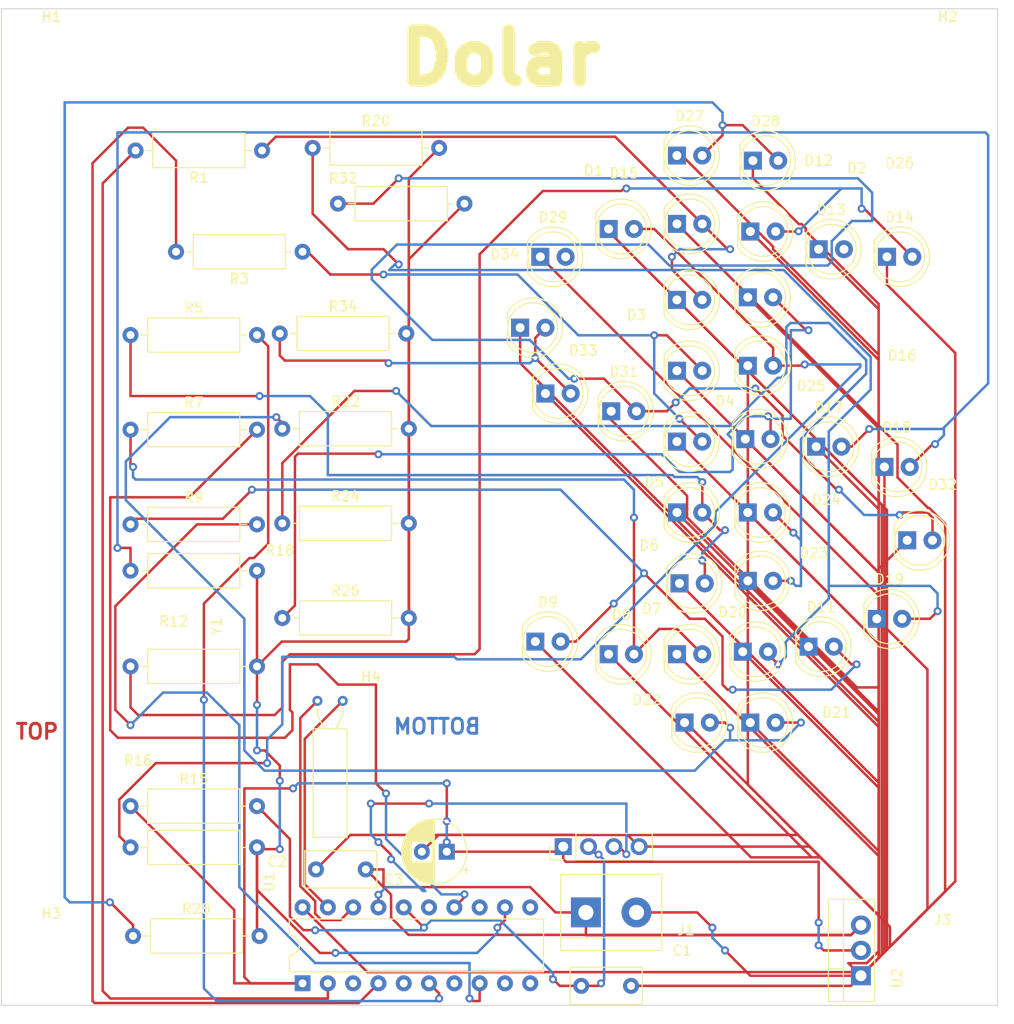
<source format=kicad_pcb>
(kicad_pcb (version 20221018) (generator pcbnew)
  (layers (0 "F.Cu" signal) (31 "B.Cu" signal) (34 "B.Paste" user) (35 "F.Paste" user) (36 "B.SilkS" user "B.Silkscreen") (37 "F.SilkS" user "F.Silkscreen") (38 "B.Mask" user) (39 "F.Mask" user) (44 "Edge.Cuts" user))
  (net 0 "")
  (net 1 "GND")
  (net 2 "Net-(D1-A)")
  (net 3 "Net-(D3-A)")
  (net 4 "Net-(D5-A)")
  (net 5 "Net-(D7-A)")
  (net 6 "Net-(D11-A)")
  (net 7 "Net-(D12-A)")
  (net 8 "Net-(D13-A)")
  (net 9 "/P1.0")
  (net 10 "/P1.1")
  (net 11 "/P1.2")
  (net 12 "/P1.3")
  (net 13 "/P1.4")
  (net 14 "/P1.5")
  (net 15 "/P1.6")
  (net 16 "/P1.7")
  (net 17 "/P2.0")
  (net 18 "/P2.1")
  (net 19 "/P2.3")
  (net 20 "/P2.4")
  (net 21 "/P2.2")
  (net 22 "/P2.5")
  (net 23 "+3V3")
  (net 24 "/RST")
  (net 25 "/TST")
  (net 26 "Net-(U1-P2.7{slash}XOUT)")
  (net 27 "Net-(U1-P2.6{slash}XIN{slash}TA0.1)")
  (net 28 "Net-(J3-Pin_1)")
  (net 29 "Net-(D15-A)")
  (net 30 "Net-(D17-A)")
  (net 31 "Net-(D19-A)")
  (net 32 "Net-(D21-A)")
  (net 33 "Net-(D23-A)")
  (net 34 "Net-(D25-A)")
  (net 35 "Net-(D27-A)")
  (net 36 "Net-(D29-A)")
  (net 37 "Net-(D31-A)")
  (net 38 "Net-(D33-A)")
  (footprint "LED_THT:LED_D5.0mm" (layer "F.Cu") (at 54.097 24.892)
    (fp_text reference "D29")
    (fp_text value "LED")
  )
  (footprint "Resistor_THT:R_Axial_DIN0309_L9.0mm_D3.2mm_P12.70mm_Horizontal" (layer "F.Cu") (at 30.226 24.384 180)
    (fp_text reference "R3")
    (fp_text value "220")
  )
  (footprint "Resistor_THT:R_Axial_DIN0309_L9.0mm_D3.2mm_P12.70mm_Horizontal" (layer "F.Cu") (at 12.954 65.99)
    (fp_text reference "R12")
    (fp_text value "220")
  )
  (footprint "Resistor_THT:R_Axial_DIN0309_L9.0mm_D3.2mm_P12.70mm_Horizontal" (layer "F.Cu") (at 28.194 61.138)
    (fp_text reference "R26")
    (fp_text value "220")
  )
  (footprint "LED_THT:LED_D5.0mm" (layer "F.Cu") (at 60.96 64.77)
    (fp_text reference "D8")
    (fp_text value "LED")
  )
  (footprint "LED_THT:LED_D5.0mm" (layer "F.Cu") (at 67.813 29.21)
    (fp_text reference "D2")
    (fp_text value "LED")
  )
  (footprint "LED_THT:LED_D5.0mm" (layer "F.Cu") (at 67.818 21.59)
    (fp_text reference "D1")
    (fp_text value "LED")
  )
  (footprint "LED_THT:LED_D5.0mm" (layer "F.Cu") (at 90.932 53.34)
    (fp_text reference "D32")
    (fp_text value "LED")
  )
  (footprint "Resistor_THT:R_Axial_DIN0309_L9.0mm_D3.2mm_P12.70mm_Horizontal" (layer "F.Cu") (at 33.782 19.558)
    (fp_text reference "R32")
    (fp_text value "220")
  )
  (footprint "Resistor_THT:R_Axial_DIN0309_L9.0mm_D3.2mm_P12.70mm_Horizontal" (layer "F.Cu") (at 27.94 32.588)
    (fp_text reference "R34")
    (fp_text value "220")
  )
  (footprint "Resistor_THT:R_Axial_DIN0309_L9.0mm_D3.2mm_P12.70mm_Horizontal" (layer "F.Cu") (at 28.194 42.138)
    (fp_text reference "R22")
    (fp_text value "220")
  )
  (footprint "LED_THT:LED_D5.0mm" (layer "F.Cu") (at 67.818 36.322)
    (fp_text reference "D3")
    (fp_text value "LED")
  )
  (footprint "LED_THT:LED_D5.0mm" (layer "F.Cu") (at 67.818 50.546)
    (fp_text reference "D5")
    (fp_text value "LED")
  )
  (footprint "Capacitor_THT:C_Rect_L7.0mm_W3.5mm_P5.00mm" (layer "F.Cu") (at 58.206 98.044)
    (fp_text reference "C1")
    (fp_text value "1n")
  )
  (footprint "LED_THT:LED_D5.0mm" (layer "F.Cu") (at 74.93 35.814)
    (fp_text reference "D16")
    (fp_text value "LED")
  )
  (footprint "LED_THT:LED_D5.0mm" (layer "F.Cu") (at 74.93 57.404)
    (fp_text reference "D23")
    (fp_text value "LED")
  )
  (footprint "TerminalBlock:TerminalBlock_bornier-2_P5.08mm" (layer "F.Cu") (at 58.674 90.678)
    (fp_text reference "J3")
    (fp_text value "Conn_01x02")
  )
  (footprint "LED_THT:LED_D5.0mm" (layer "F.Cu") (at 74.925 50.546)
    (fp_text reference "D24")
    (fp_text value "LED")
  )
  (footprint "LED_THT:LED_D5.0mm" (layer "F.Cu") (at 54.61 38.608)
    (fp_text reference "D33")
    (fp_text value "LED")
  )
  (footprint "Connector_PinHeader_2.54mm:PinHeader_1x04_P2.54mm_Vertical" (layer "F.Cu") (at 56.398 84.074 90)
    (fp_text reference "J1")
    (fp_text value "Conn_01x04")
  )
  (footprint "LED_THT:LED_D5.0mm" (layer "F.Cu") (at 68.072 57.658)
    (fp_text reference "D6")
    (fp_text value "LED")
  )
  (footprint "LED_THT:LED_D5.0mm" (layer "F.Cu") (at 67.813 14.732)
    (fp_text reference "D27")
    (fp_text value "LED")
  )
  (footprint "Resistor_THT:R_Axial_DIN0309_L9.0mm_D3.2mm_P12.70mm_Horizontal" (layer "F.Cu") (at 28.194 51.638)
    (fp_text reference "R24")
    (fp_text value "220")
  )
  (footprint "MountingHole:MountingHole_3.2mm_M3" (layer "F.Cu") (at 5 5)
    (fp_text reference "H1")
    (fp_text value "MountingHole")
  )
  (footprint "MountingHole:MountingHole_3.2mm_M3" (layer "F.Cu") (at 95 95)
    (fp_text reference "H4")
    (fp_text value "MountingHole")
  )
  (footprint "LED_THT:LED_D5.0mm" (layer "F.Cu") (at 82.042 24.13)
    (fp_text reference "D13")
    (fp_text value "LED")
  )
  (footprint "Resistor_THT:R_Axial_DIN0309_L9.0mm_D3.2mm_P12.70mm_Horizontal" (layer "F.Cu") (at 12.954 32.74)
    (fp_text reference "R5")
    (fp_text value "220")
  )
  (footprint "Resistor_THT:R_Axial_DIN0309_L9.0mm_D3.2mm_P12.70mm_Horizontal" (layer "F.Cu") (at 12.954 56.388)
    (fp_text reference "R18")
    (fp_text value "220")
  )
  (footprint "Resistor_THT:R_Axial_DIN0309_L9.0mm_D3.2mm_P12.70mm_Horizontal" (layer "F.Cu") (at 31.242 13.97)
    (fp_text reference "R20")
    (fp_text value "220")
  )
  (footprint "LED_THT:LED_D5.0mm" (layer "F.Cu") (at 88.646 45.974)
    (fp_text reference "D18")
    (fp_text value "LED")
  )
  (footprint "Resistor_THT:R_Axial_DIN0309_L9.0mm_D3.2mm_P12.70mm_Horizontal" (layer "F.Cu") (at 12.954 84.15)
    (fp_text reference "R16")
    (fp_text value "220")
  )
  (footprint "Capacitor_THT:C_Rect_L7.0mm_W3.5mm_P5.00mm" (layer "F.Cu") (at 36.576 86.36 180)
    (fp_text reference "C2")
    (fp_text value "100n")
  )
  (footprint "LED_THT:LED_D5.0mm" (layer "F.Cu") (at 75.438 15.24)
    (fp_text reference "D28")
    (fp_text value "LED")
  )
  (footprint "LED_THT:LED_D5.0mm" (layer "F.Cu") (at 60.96 22.098)
    (fp_text reference "D15")
    (fp_text value "LED")
  )
  (footprint "LED_THT:LED_D5.0mm" (layer "F.Cu") (at 74.422 64.516)
    (fp_text reference "D20")
    (fp_text value "LED")
  )
  (footprint "Resistor_THT:R_Axial_DIN0309_L9.0mm_D3.2mm_P12.70mm_Horizontal" (layer "F.Cu") (at 12.954 80.01)
    (fp_text reference "R15")
    (fp_text value "100k")
  )
  (footprint "Resistor_THT:R_Axial_DIN0309_L9.0mm_D3.2mm_P12.70mm_Horizontal" (layer "F.Cu") (at 12.954 42.24)
    (fp_text reference "R7")
    (fp_text value "220")
  )
  (footprint "LED_THT:LED_D5.0mm" (layer "F.Cu") (at 75.179 71.628)
    (fp_text reference "D21")
    (fp_text value "LED")
  )
  (footprint "Package_DIP:DIP-20_W7.62mm" (layer "F.Cu") (at 30.226 97.79 90)
    (fp_text reference "U1")
    (fp_text value "MSP430G2553IN20")
  )
  (footprint "Capacitor_THT:CP_Radial_D6.3mm_P2.50mm" (layer "F.Cu") (at 44.704 84.582 180)
    (fp_text reference "C3")
    (fp_text value "10u")
  )
  (footprint "LED_THT:LED_D5.0mm" (layer "F.Cu") (at 67.813 43.434)
    (fp_text reference "D4")
    (fp_text value "LED")
  )
  (footprint "LED_THT:LED_D5.0mm" (layer "F.Cu") (at 74.676 43.18)
    (fp_text reference "D25")
    (fp_text value "LED")
  )
  (footprint "LED_THT:LED_D5.0mm" (layer "F.Cu") (at 61.214 40.386)
    (fp_text reference "D31")
    (fp_text value "LED")
  )
  (footprint "LED_THT:LED_D5.0mm" (layer "F.Cu") (at 88.9 24.892)
    (fp_text reference "D14")
    (fp_text value "LED")
  )
  (footprint "Resistor_THT:R_Axial_DIN0309_L9.0mm_D3.2mm_P12.70mm_Horizontal" (layer "F.Cu") (at 13.208 93.04)
    (fp_text reference "R28")
    (fp_text value "220")
  )
  (footprint "Resistor_THT:R_Axial_DIN0309_L9.0mm_D3.2mm_P12.70mm_Horizontal" (layer "F.Cu") (at 26.162 14.224 180)
    (fp_text reference "R1")
    (fp_text value "220")
  )
  (footprint "LED_THT:LED_D5.0mm" (layer "F.Cu") (at 81.788 43.942)
    (fp_text reference "D17")
    (fp_text value "LED")
  )
  (footprint "LED_THT:LED_D5.0mm" (layer "F.Cu") (at 74.93 28.956)
    (fp_text reference "D26")
    (fp_text value "LED")
  )
  (footprint "LED_THT:LED_D5.0mm" (layer "F.Cu") (at 52.07 32.004)
    (fp_text reference "D34")
    (fp_text value "LED")
  )
  (footprint "Package_TO_SOT_THT:TO-220-3_Vertical" (layer "F.Cu") (at 86.289 97.028 90)
    (fp_text reference "U2")
    (fp_text value "TLV1117-33")
  )
  (footprint "Resistor_THT:R_Axial_DIN0309_L9.0mm_D3.2mm_P12.70mm_Horizontal" (layer "F.Cu") (at 12.954 51.74)
    (fp_text reference "R9")
    (fp_text value "220")
  )
  (footprint "LED_THT:LED_D5.0mm" (layer "F.Cu") (at 87.884 61.214)
    (fp_text reference "D19")
    (fp_text value "LED")
  )
  (footprint "LED_THT:LED_D5.0mm" (layer "F.Cu") (at 81.026 64.008)
    (fp_text reference "D11")
    (fp_text value "LED")
  )
  (footprint "LED_THT:LED_D5.0mm" (layer "F.Cu") (at 75.184 22.352)
    (fp_text reference "D12")
    (fp_text value "LED")
  )
  (footprint "LED_THT:LED_D5.0mm" (layer "F.Cu") (at 67.818 64.77)
    (fp_text reference "D7")
    (fp_text value "LED")
  )
  (footprint "MountingHole:MountingHole_3.2mm_M3" (layer "F.Cu") (at 95 5)
    (fp_text reference "H2")
    (fp_text value "MountingHole")
  )
  (footprint "LED_THT:LED_D5.0mm" (layer "F.Cu") (at 53.594 63.5)
    (fp_text reference "D9")
    (fp_text value "LED")
  )
  (footprint "LED_THT:LED_D5.0mm" (layer "F.Cu") (at 68.58 71.628)
    (fp_text reference "D22")
    (fp_text value "LED")
  )
  (footprint "MountingHole:MountingHole_3.2mm_M3" (layer "F.Cu") (at 5 95)
    (fp_text reference "H3")
    (fp_text value "MountingHole")
  )
  (footprint "Crystal:Crystal_AT310_D3.0mm_L10.0mm_Horizontal" (layer "F.Cu") (at 31.72 69.45)
    (fp_text reference "Y1")
    (fp_text value "Crystal")
  )
  (gr_line (start 100 0) (end 100 100) (stroke (width 0.1)) (layer "Edge.Cuts"))
  (gr_line (start 0 0) (end 100 0) (stroke (width 0.1)) (layer "Edge.Cuts"))
  (gr_line (start 100 100) (end 0 100) (stroke (width 0.1)) (layer "Edge.Cuts"))
  (gr_line (start 0 100) (end 0 0) (stroke (width 0.1)) (layer "Edge.Cuts"))
  (gr_text "TOP" (at 1.27 73.406) (layer "F.Cu") (effects (font (size 1.5 1.5) (thickness 0.3) bold) (justify left bottom)))
  (gr_text "BOTTOM" (at 48.26 72.898) (layer "B.Cu") (effects (font (size 1.5 1.5) (thickness 0.3) bold) (justify left bottom mirror)))
  (gr_text "Dolar" (at 39.37 7.874) (layer "F.SilkS") (effects (font (size 5 5) (thickness 1.25) bold) (justify left bottom)))
  (segment (start 82.228396 85.148) (end 81.338 85.148) (width 0.25) (layer "F.Cu") (net 1))
  (segment (start 80.329672 21.607633) (end 80.051299 21.607633) (width 0.25) (layer "F.Cu") (net 1))
  (segment (start 88.062777 70.790777) (end 67.818 50.546) (width 0.25) (layer "F.Cu") (net 1))
  (segment (start 88.062777 95.254223) (end 88.062777 90.982381) (width 0.25) (layer "F.Cu") (net 1))
  (segment (start 86.865227 95.7655) (end 88.062777 94.56795) (width 0.25) (layer "F.Cu") (net 1))
  (segment (start 92.964 90.353) (end 92.964 66.294) (width 0.25) (layer "F.Cu") (net 1))
  (segment (start 89.961 43.733) (end 67.818 21.59) (width 0.25) (layer "F.Cu") (net 1))
  (segment (start 94.742 51.687604) (end 93.150396 50.096) (width 0.25) (layer "F.Cu") (net 1))
  (segment (start 35.037 82.899) (end 31.576 86.36) (width 0.25) (layer "F.Cu") (net 1))
  (segment (start 95.758 87.559) (end 95.758 34.544) (width 0.25) (layer "F.Cu") (net 1))
  (segment (start 88.062777 68.100111) (end 85.880111 68.100111) (width 0.25) (layer "F.Cu") (net 1))
  (segment (start 88.392 94.925) (end 88.392 49.789) (width 0.25) (layer "F.Cu") (net 1))
  (segment (start 88.062777 78.156777) (end 74.422 64.516) (width 0.25) (layer "F.Cu") (net 1))
  (segment (start 88.062777 95.254223) (end 88.062777 68.100111) (width 0.25) (layer "F.Cu") (net 1))
  (segment (start 85.880111 68.100111) (end 68.834 51.054) (width 0.25) (layer "F.Cu") (net 1))
  (segment (start 88.062777 95.254223) (end 88.062777 29.619111) (width 0.25) (layer "F.Cu") (net 1))
  (segment (start 88.062777 63.683777) (end 67.813 43.434) (width 0.25) (layer "F.Cu") (net 1))
  (segment (start 42.204 84.582) (end 43.887 82.899) (width 0.25) (layer "F.Cu") (net 1))
  (segment (start 75.242 85.148) (end 53.594 63.5) (width 0.25) (layer "F.Cu") (net 1))
  (segment (start 88.062777 84.511777) (end 75.179 71.628) (width 0.25) (layer "F.Cu") (net 1))
  (segment (start 88.062777 95.254223) (end 88.062777 35.230777) (width 0.25) (layer "F.Cu") (net 1))
  (segment (start 88.062777 63.683777) (end 74.925 50.546) (width 0.25) (layer "F.Cu") (net 1))
  (segment (start 68.834 48.871334) (end 61.214 41.251334) (width 0.25) (layer "F.Cu") (net 1))
  (segment (start 88.062777 95.254223) (end 88.062777 71.552777) (width 0.25) (layer "F.Cu") (net 1))
  (segment (start 88.062777 95.254223) (end 88.062777 70.536777) (width 0.25) (layer "F.Cu") (net 1))
  (segment (start 88.062777 94.56795) (end 88.062777 77.648777) (width 0.25) (layer "F.Cu") (net 1))
  (segment (start 86.289 97.028) (end 88.392 94.925) (width 0.25) (layer "F.Cu") (net 1))
  (segment (start 88.062777 94.56795) (end 88.062777 56.209223) (width 0.25) (layer "F.Cu") (net 1))
  (segment (start 88.062777 95.254223) (end 88.062777 85.014777) (width 0.25) (layer "F.Cu") (net 1))
  (segment (start 60.96 22.352) (end 60.96 22.098) (width 0.25) (layer "F.Cu") (net 1))
  (segment (start 79.979396 82.899) (end 35.037 82.899) (width 0.25) (layer "F.Cu") (net 1))
  (segment (start 88.062777 50.216777) (end 81.788 43.942) (width 0.25) (layer "F.Cu") (net 1))
  (segment (start 68.708396 71.628) (end 68.58 71.628) (width 0.25) (layer "F.Cu") (net 1))
  (segment (start 36.721 96.665) (end 30.226 90.17) (width 0.25) (layer "F.Cu") (net 1))
  (segment (start 86.289 97.028) (end 88.646 94.671) (width 0.25) (layer "F.Cu") (net 1))
  (segment (start 89.961 47.035) (end 89.961 43.733) (width 0.25) (layer "F.Cu") (net 1))
  (segment (start 71.247 92.075) (end 71.374 92.202) (width 0.25) (layer "F.Cu") (net 1))
  (segment (start 88.062777 95.254223) (end 88.062777 70.790777) (width 0.25) (layer "F.Cu") (net 1))
  (segment (start 77.47 23.876) (end 68.326 14.732) (width 0.25) (layer "F.Cu") (net 1))
  (segment (start 88.062777 85.014777) (end 67.818 64.77) (width 0.25) (layer "F.Cu") (net 1))
  (segment (start 81.338 85.148) (end 60.96 64.77) (width 0.25) (layer "F.Cu") (net 1))
  (segment (start 86.289 97.028) (end 88.062777 95.254223) (width 0.25) (layer "F.Cu") (net 1))
  (segment (start 88.062777 94.56795) (end 88.062777 56.566777) (width 0.25) (layer "F.Cu") (net 1))
  (segment (start 89.199 92.118604) (end 79.979396 82.899) (width 0.25) (layer "F.Cu") (net 1))
  (segment (start 88.062777 94.56795) (end 88.062777 90.982381) (width 0.25) (layer "F.Cu") (net 1))
  (segment (start 88.062777 90.982381) (end 82.228396 85.148) (width 0.25) (layer "F.Cu") (net 1))
  (segment (start 82.228396 85.148) (end 75.242 85.148) (width 0.25) (layer "F.Cu") (net 1))
  (segment (start 88.062777 90.982381) (end 74.93 77.849604) (width 0.25) (layer "F.Cu") (net 1))
  (segment (start 61.214 41.251334) (end 61.214 40.386) (width 0.25) (layer "F.Cu") (net 1))
  (segment (start 75.438 16.994334) (end 75.438 15.24) (width 0.25) (layer "F.Cu") (net 1))
  (segment (start 80.754367 22.032328) (end 80.329672 21.607633) (width 0.25) (layer "F.Cu") (net 1))
  (segment (start 88.646 94.671) (end 88.646 45.974) (width 0.25) (layer "F.Cu") (net 1))
  (segment (start 88.062777 95.254223) (end 88.062777 30.150777) (width 0.25) (layer "F.Cu") (net 1))
  (segment (start 95.758 34.544) (end 88.9 27.686) (width 0.25) (layer "F.Cu") (net 1))
  (segment (start 88.062777 90.982381) (end 81.154396 84.074) (width 0.25) (layer "F.Cu") (net 1))
  (segment (start 88.062777 95.254223) (end 88.062777 78.156777) (width 0.25) (layer "F.Cu") (net 1))
  (segment (start 88.062777 29.619111) (end 80.754367 22.310701) (width 0.25) (layer "F.Cu") (net 1))
  (segment (start 88.9 57.404) (end 67.818 36.322) (width 0.25) (layer "F.Cu") (net 1))
  (segment (start 88.062777 35.230777) (end 75.184 22.352) (width 0.25) (layer "F.Cu") (net 1))
  (segment (start 86.289 97.028) (end 85.0265 95.7655) (width 0.25) (layer "F.Cu") (net 1))
  (segment (start 80.051299 21.607633) (end 75.438 16.994334) (width 0.25) (layer "F.Cu") (net 1))
  (segment (start 88.062777 94.56795) (end 88.062777 63.683777) (width 0.25) (layer "F.Cu") (net 1))
  (segment (start 75.184 97.028) (end 72.644 94.488) (width 0.25) (layer "F.Cu") (net 1))
  (segment (start 89.199 94.118) (end 92.964 90.353) (width 0.25) (layer "F.Cu") (net 1))
  (segment (start 63.206 98.044) (end 63.754 98.044) (width 0.25) (layer "F.Cu") (net 1))
  (segment (start 89.199 94.118) (end 89.199 92.118604) (width 0.25) (layer "F.Cu") (net 1))
  (segment (start 68.326 14.732) (end 67.813 14.732) (width 0.25) (layer "F.Cu") (net 1))
  (segment (start 86.289 97.028) (end 85.273 98.044) (width 0.25) (layer "F.Cu") (net 1))
  (segment (start 68.834 51.054) (end 68.834 48.871334) (width 0.25) (layer "F.Cu") (net 1))
  (segment (start 52.07 35.56) (end 52.07 32.004) (width 0.25) (layer "F.Cu") (net 1))
  (segment (start 80.754367 22.310701) (end 80.754367 22.032328) (width 0.25) (layer "F.Cu") (net 1))
  (segment (start 88.9 94.417) (end 88.9 50.292) (width 0.25) (layer "F.Cu") (net 1))
  (segment (start 88.062777 95.254223) (end 88.062777 84.511777) (width 0.25) (layer "F.Cu") (net 1))
  (segment (start 94.742 88.575) (end 94.742 51.687604) (width 0.25) (layer "F.Cu") (net 1))
  (segment (start 81.154396 84.074) (end 64.018 84.074) (width 0.25) (layer "F.Cu") (net 1))
  (segment (start 69.85 90.678) (end 71.247 92.075) (width 0.25) (layer "F.Cu") (net 1))
  (segment (start 86.289 97.028) (end 88.9 94.417) (width 0.25) (layer "F.Cu") (net 1))
  (segment (start 88.062777 94.56795) (end 88.062777 70.536777) (width 0.25) (layer "F.Cu") (net 1))
  (segment (start 88.062777 95.254223) (end 88.062777 58.857777) (width 0.25) (layer "F.Cu") (net 1))
  (segment (start 86.289 97.028) (end 95.758 87.559) (width 0.25) (layer "F.Cu") (net 1))
  (segment (start 88.9 94.417) (end 88.9 57.404) (width 0.25) (layer "F.Cu") (net 1))
  (segment (start 86.289 97.028) (end 85.926 96.665) (width 0.25) (layer "F.Cu") (net 1))
  (segment (start 88.062777 70.536777) (end 74.93 57.404) (width 0.25) (layer "F.Cu") (net 1))
  (segment (start 77.47 24.13) (end 77.47 23.876) (width 0.25) (layer "F.Cu") (net 1))
  (segment (start 88.9 50.292) (end 60.96 22.352) (width 0.25) (layer "F.Cu") (net 1))
  (segment (start 93.150396 50.096) (end 93.022 50.096) (width 0.25) (layer "F.Cu") (net 1))
  (segment (start 88.062777 30.150777) (end 82.042 24.13) (width 0.25) (layer "F.Cu") (net 1))
  (segment (start 88.062777 56.566777) (end 74.676 43.18) (width 0.25) (layer "F.Cu") (net 1))
  (segment (start 43.887 82.899) (end 62.843 82.899) (width 0.25) (layer "F.Cu") (net 1))
  (segment (start 88.062777 71.552777) (end 52.07 35.56) (width 0.25) (layer "F.Cu") (net 1))
  (segment (start 85.926 96.665) (end 36.721 96.665) (width 0.25) (layer "F.Cu") (net 1))
  (segment (start 93.022 50.096) (end 89.961 47.035) (width 0.25) (layer "F.Cu") (net 1))
  (segment (start 88.062777 90.982381) (end 68.708396 71.628) (width 0.25) (layer "F.Cu") (net 1))
  (segment (start 62.843 82.899) (end 64.018 84.074) (width 0.25) (layer "F.Cu") (net 1))
  (segment (start 86.289 97.028) (end 89.199 94.118) (width 0.25) (layer "F.Cu") (net 1))
  (segment (start 89.199 94.118) (end 94.742 88.575) (width 0.25) (layer "F.Cu") (net 1))
  (segment (start 88.392 49.789) (end 67.813 29.21) (width 0.25) (layer "F.Cu") (net 1))
  (segment (start 88.062777 42.088777) (end 74.93 28.956) (width 0.25) (layer "F.Cu") (net 1))
  (segment (start 85.0265 95.7655) (end 86.865227 95.7655) (width 0.25) (layer "F.Cu") (net 1))
  (segment (start 88.062777 56.209223) (end 90.932 53.34) (width 0.25) (layer "F.Cu") (net 1))
  (segment (start 88.062777 77.648777) (end 68.072 57.658) (width 0.25) (layer "F.Cu") (net 1))
  (segment (start 88.062777 58.857777) (end 54.097 24.892) (width 0.25) (layer "F.Cu") (net 1))
  (segment (start 88.062777 95.254223) (end 88.062777 42.088777) (width 0.25) (layer "F.Cu") (net 1))
  (segment (start 88.062777 70.536777) (end 81.026 63.5) (width 0.25) (layer "F.Cu") (net 1))
  (segment (start 85.273 98.044) (end 63.754 98.044) (width 0.25) (layer "F.Cu") (net 1))
  (segment (start 74.93 77.849604) (end 74.93 35.814) (width 0.25) (layer "F.Cu") (net 1))
  (segment (start 88.062777 34.722777) (end 77.47 24.13) (width 0.25) (layer "F.Cu") (net 1))
  (segment (start 88.062777 95.254223) (end 88.062777 50.216777) (width 0.25) (layer "F.Cu") (net 1))
  (segment (start 86.289 97.028) (end 75.184 97.028) (width 0.25) (layer "F.Cu") (net 1))
  (segment (start 92.964 66.294) (end 87.884 61.214) (width 0.25) (layer "F.Cu") (net 1))
  (segment (start 88.062777 72.060777) (end 54.61 38.608) (width 0.25) (layer "F.Cu") (net 1))
  (segment (start 88.9 27.686) (end 88.9 24.892) (width 0.25) (layer "F.Cu") (net 1))
  (segment (start 88.062777 95.254223) (end 88.062777 72.060777) (width 0.25) (layer "F.Cu") (net 1))
  (segment (start 88.062777 95.254223) (end 88.062777 34.722777) (width 0.25) (layer "F.Cu") (net 1))
  (segment (start 63.754 90.678) (end 69.85 90.678) (width 0.25) (layer "F.Cu") (net 1))
  (via (at 71.374 92.202) (size 0.8) (drill 0.4) (layers "F.Cu" "B.Cu") (net 1))
  (via (at 72.644 94.488) (size 0.8) (drill 0.4) (layers "F.Cu" "B.Cu") (net 1))
  (segment (start 71.374 93.218) (end 72.644 94.488) (width 0.25) (layer "B.Cu") (net 1))
  (segment (start 71.374 92.202) (end 71.374 93.218) (width 0.25) (layer "B.Cu") (net 1))
  (segment (start 72.898 24.13) (end 70.358 21.59) (width 0.25) (layer "F.Cu") (net 2))
  (segment (start 61.613 12.845) (end 70.358 21.59) (width 0.25) (layer "F.Cu") (net 2))
  (segment (start 73.152 24.13) (end 72.898 24.13) (width 0.25) (layer "F.Cu") (net 2))
  (segment (start 67.305701 26.162701) (end 67.305701 24.896299) (width 0.25) (layer "F.Cu") (net 2))
  (segment (start 26.162 14.224) (end 27.541 12.845) (width 0.25) (layer "F.Cu") (net 2))
  (segment (start 70.353 29.21) (end 67.305701 26.162701) (width 0.25) (layer "F.Cu") (net 2))
  (segment (start 27.541 12.845) (end 61.613 12.845) (width 0.25) (layer "F.Cu") (net 2))
  (via (at 73.152 24.13) (size 0.8) (drill 0.4) (layers "F.Cu" "B.Cu") (net 2))
  (via (at 67.305701 24.896299) (size 0.8) (drill 0.4) (layers "F.Cu" "B.Cu") (net 2))
  (segment (start 67.305701 24.896299) (end 68.072 24.13) (width 0.25) (layer "B.Cu") (net 2))
  (segment (start 68.072 24.13) (end 73.152 24.13) (width 0.25) (layer "B.Cu") (net 2))
  (segment (start 66.802 32.766) (end 65.532 32.766) (width 0.25) (layer "F.Cu") (net 3))
  (segment (start 30.226 24.384) (end 30.734 24.384) (width 0.25) (layer "F.Cu") (net 3))
  (segment (start 30.734 24.384) (end 33.02 26.67) (width 0.25) (layer "F.Cu") (net 3))
  (segment (start 68.072 41.153) (end 68.072 41.148) (width 0.25) (layer "F.Cu") (net 3))
  (segment (start 33.02 26.67) (end 38.354 26.67) (width 0.25) (layer "F.Cu") (net 3))
  (segment (start 70.353 43.434) (end 68.072 41.153) (width 0.25) (layer "F.Cu") (net 3))
  (segment (start 70.358 36.322) (end 66.802 32.766) (width 0.25) (layer "F.Cu") (net 3))
  (via (at 65.532 32.766) (size 0.8) (drill 0.4) (layers "F.Cu" "B.Cu") (net 3))
  (via (at 68.072 41.148) (size 0.8) (drill 0.4) (layers "F.Cu" "B.Cu") (net 3))
  (via (at 38.354 26.67) (size 0.8) (drill 0.4) (layers "F.Cu" "B.Cu") (net 3))
  (segment (start 57.912 32.766) (end 65.532 32.766) (width 0.25) (layer "B.Cu") (net 3))
  (segment (start 68.072 41.148) (end 65.532 38.608) (width 0.25) (layer "B.Cu") (net 3))
  (segment (start 65.532 38.608) (end 65.532 32.766) (width 0.25) (layer "B.Cu") (net 3))
  (segment (start 51.816 26.67) (end 57.912 32.766) (width 0.25) (layer "B.Cu") (net 3))
  (segment (start 38.354 26.67) (end 51.816 26.67) (width 0.25) (layer "B.Cu") (net 3))
  (segment (start 70.612 55.634598) (end 70.353701 55.376299) (width 0.25) (layer "F.Cu") (net 4))
  (segment (start 70.612 57.658) (end 70.612 55.634598) (width 0.25) (layer "F.Cu") (net 4))
  (segment (start 12.954 38.862) (end 25.908 38.862) (width 0.25) (layer "F.Cu") (net 4))
  (segment (start 72.136 52.324) (end 72.644 52.324) (width 0.25) (layer "F.Cu") (net 4))
  (segment (start 70.358 50.546) (end 72.136 52.324) (width 0.25) (layer "F.Cu") (net 4))
  (segment (start 12.954 32.74) (end 12.954 38.862) (width 0.25) (layer "F.Cu") (net 4))
  (segment (start 70.358 50.546) (end 70.358 47.498) (width 0.25) (layer "F.Cu") (net 4))
  (via (at 25.908 38.862) (size 0.8) (drill 0.4) (layers "F.Cu" "B.Cu") (net 4))
  (via (at 70.353701 55.376299) (size 0.8) (drill 0.4) (layers "F.Cu" "B.Cu") (net 4))
  (via (at 72.644 52.324) (size 0.8) (drill 0.4) (layers "F.Cu" "B.Cu") (net 4))
  (via (at 70.358 47.498) (size 0.8) (drill 0.4) (layers "F.Cu" "B.Cu") (net 4))
  (segment (start 70.353701 54.614299) (end 72.644 52.324) (width 0.25) (layer "B.Cu") (net 4))
  (segment (start 67.564 46.99) (end 69.85 46.99) (width 0.25) (layer "B.Cu") (net 4))
  (segment (start 30.978695 38.862) (end 32.766 40.649305) (width 0.25) (layer "B.Cu") (net 4))
  (segment (start 25.908 38.862) (end 30.978695 38.862) (width 0.25) (layer "B.Cu") (net 4))
  (segment (start 70.353701 55.376299) (end 70.353701 54.614299) (width 0.25) (layer "B.Cu") (net 4))
  (segment (start 32.766 40.649305) (end 32.766 46.794) (width 0.25) (layer "B.Cu") (net 4))
  (segment (start 69.85 46.99) (end 70.358 47.498) (width 0.25) (layer "B.Cu") (net 4))
  (segment (start 67.368 46.794) (end 67.564 46.99) (width 0.25) (layer "B.Cu") (net 4))
  (segment (start 32.766 46.794) (end 67.368 46.794) (width 0.25) (layer "B.Cu") (net 4))
  (segment (start 70.358 64.77) (end 67.818 62.23) (width 0.25) (layer "F.Cu") (net 5))
  (segment (start 67.818 62.23) (end 66.04 62.23) (width 0.25) (layer "F.Cu") (net 5))
  (segment (start 63.5 64.77) (end 63.5 51.054) (width 0.25) (layer "F.Cu") (net 5))
  (segment (start 12.954 45.72) (end 13.208 45.974) (width 0.25) (layer "F.Cu") (net 5))
  (segment (start 12.954 42.24) (end 12.954 45.72) (width 0.25) (layer "F.Cu") (net 5))
  (segment (start 66.04 62.23) (end 63.5 64.77) (width 0.25) (layer "F.Cu") (net 5))
  (via (at 63.5 51.054) (size 0.8) (drill 0.4) (layers "F.Cu" "B.Cu") (net 5))
  (via (at 13.208 45.974) (size 0.8) (drill 0.4) (layers "F.Cu" "B.Cu") (net 5))
  (segment (start 13.208 46.99) (end 13.462 47.244) (width 0.25) (layer "B.Cu") (net 5))
  (segment (start 63.5 48.26) (end 62.484 47.244) (width 0.25) (layer "B.Cu") (net 5))
  (segment (start 63.5 51.054) (end 63.5 48.26) (width 0.25) (layer "B.Cu") (net 5))
  (segment (start 62.484 47.244) (end 13.462 47.244) (width 0.25) (layer "B.Cu") (net 5))
  (segment (start 13.208 45.974) (end 13.208 46.99) (width 0.25) (layer "B.Cu") (net 5))
  (segment (start 72.39 67.818) (end 72.898 68.326) (width 0.25) (layer "F.Cu") (net 6))
  (segment (start 85.852 65.786) (end 85.344 65.786) (width 0.25) (layer "F.Cu") (net 6))
  (segment (start 85.344 65.786) (end 83.566 64.008) (width 0.25) (layer "F.Cu") (net 6))
  (segment (start 13.516129 51.177871) (end 22.228129 51.177871) (width 0.25) (layer "F.Cu") (net 6))
  (segment (start 57.658 63.5) (end 61.468 59.69) (width 0.25) (layer "F.Cu") (net 6))
  (segment (start 22.228129 51.177871) (end 25.146 48.26) (width 0.25) (layer "F.Cu") (net 6))
  (segment (start 12.954 51.74) (end 13.516129 51.177871) (width 0.25) (layer "F.Cu") (net 6))
  (segment (start 64.516 56.642) (end 69.088 61.214) (width 0.25) (layer "F.Cu") (net 6))
  (segment (start 72.898 68.326) (end 73.406 68.326) (width 0.25) (layer "F.Cu") (net 6))
  (segment (start 70.104 61.214) (end 70.612 61.214) (width 0.25) (layer "F.Cu") (net 6))
  (segment (start 72.39 62.992) (end 72.39 67.818) (width 0.25) (layer "F.Cu") (net 6))
  (segment (start 56.134 63.5) (end 57.658 63.5) (width 0.25) (layer "F.Cu") (net 6))
  (segment (start 69.088 61.214) (end 70.104 61.214) (width 0.25) (layer "F.Cu") (net 6))
  (segment (start 70.612 61.214) (end 72.39 62.992) (width 0.25) (layer "F.Cu") (net 6))
  (via (at 61.468 59.69) (size 0.8) (drill 0.4) (layers "F.Cu" "B.Cu") (net 6))
  (via (at 25.146 48.26) (size 0.8) (drill 0.4) (layers "F.Cu" "B.Cu") (net 6))
  (via (at 85.852 65.786) (size 0.8) (drill 0.4) (layers "F.Cu" "B.Cu") (net 6))
  (via (at 73.406 68.326) (size 0.8) (drill 0.4) (layers "F.Cu" "B.Cu") (net 6))
  (via (at 64.516 56.642) (size 0.8) (drill 0.4) (layers "F.Cu" "B.Cu") (net 6))
  (segment (start 56.134 48.26) (end 64.516 56.642) (width 0.25) (layer "B.Cu") (net 6))
  (segment (start 61.468 59.69) (end 64.516 56.642) (width 0.25) (layer "B.Cu") (net 6))
  (segment (start 73.406 68.326) (end 83.312 68.326) (width 0.25) (layer "B.Cu") (net 6))
  (segment (start 83.312 68.326) (end 85.852 65.786) (width 0.25) (layer "B.Cu") (net 6))
  (segment (start 25.146 48.26) (end 56.134 48.26) (width 0.25) (layer "B.Cu") (net 6))
  (segment (start 86.614 20.066) (end 86.36 20.066) (width 0.25) (layer "F.Cu") (net 7))
  (segment (start 28.194 70.104) (end 28.194 65.532) (width 0.25) (layer "F.Cu") (net 7))
  (segment (start 53.34 19.304) (end 54.356 18.288) (width 0.25) (layer "F.Cu") (net 7))
  (segment (start 48.006 64.262) (end 48.006 24.638) (width 0.25) (layer "F.Cu") (net 7))
  (segment (start 28.956 64.77) (end 47.498 64.77) (width 0.25) (layer "F.Cu") (net 7))
  (segment (start 80.01 22.352) (end 80.029367 22.332633) (width 0.25) (layer "F.Cu") (net 7))
  (segment (start 77.724 22.352) (end 80.01 22.352) (width 0.25) (layer "F.Cu") (net 7))
  (segment (start 12.954 65.99) (end 12.954 70.104) (width 0.25) (layer "F.Cu") (net 7))
  (segment (start 12.954 70.104) (end 13.716 70.866) (width 0.25) (layer "F.Cu") (net 7))
  (segment (start 54.356 18.288) (end 62.23 18.288) (width 0.25) (layer "F.Cu") (net 7))
  (segment (start 62.23 18.288) (end 62.484 18.034) (width 0.25) (layer "F.Cu") (net 7))
  (segment (start 27.432 70.866) (end 28.194 70.104) (width 0.25) (layer "F.Cu") (net 7))
  (segment (start 62.484 18.034) (end 62.738 18.034) (width 0.25) (layer "F.Cu") (net 7))
  (segment (start 13.716 70.866) (end 27.432 70.866) (width 0.25) (layer "F.Cu") (net 7))
  (segment (start 47.498 64.77) (end 48.006 64.262) (width 0.25) (layer "F.Cu") (net 7))
  (segment (start 91.44 24.892) (end 86.614 20.066) (width 0.25) (layer "F.Cu") (net 7))
  (segment (start 48.006 24.638) (end 53.34 19.304) (width 0.25) (layer "F.Cu") (net 7))
  (segment (start 28.194 65.532) (end 28.956 64.77) (width 0.25) (layer "F.Cu") (net 7))
  (via (at 80.029367 22.332633) (size 0.8) (drill 0.4) (layers "F.Cu" "B.Cu") (net 7))
  (via (at 86.36 20.066) (size 0.8) (drill 0.4) (layers "F.Cu" "B.Cu") (net 7))
  (via (at 62.738 18.034) (size 0.8) (drill 0.4) (layers "F.Cu" "B.Cu") (net 7))
  (segment (start 86.36 18.034) (end 84.328 18.034) (width 0.25) (layer "B.Cu") (net 7))
  (segment (start 80.029367 22.332633) (end 84.328 18.034) (width 0.25) (layer "B.Cu") (net 7))
  (segment (start 62.738 18.034) (end 84.328 18.034) (width 0.25) (layer "B.Cu") (net 7))
  (segment (start 86.36 20.066) (end 86.36 18.034) (width 0.25) (layer "B.Cu") (net 7))
  (segment (start 10.16 98.552) (end 10.922 99.314) (width 0.25) (layer "F.Cu") (net 9))
  (segment (start 10.922 99.314) (end 32.766 99.314) (width 0.25) (layer "F.Cu") (net 9))
  (segment (start 13.462 14.224) (end 10.16 17.526) (width 0.25) (layer "F.Cu") (net 9))
  (segment (start 32.766 99.314) (end 32.766 97.79) (width 0.25) (layer "F.Cu") (net 9))
  (segment (start 10.16 17.526) (end 10.16 98.552) (width 0.25) (layer "F.Cu") (net 9))
  (segment (start 17.526 15.24) (end 14.224 11.938) (width 0.25) (layer "F.Cu") (net 11))
  (segment (start 9.34 99.764) (end 35.872 99.764) (width 0.25) (layer "F.Cu") (net 11))
  (segment (start 12.7 11.938) (end 9.144 15.494) (width 0.25) (layer "F.Cu") (net 11))
  (segment (start 35.872 99.764) (end 37.846 97.79) (width 0.25) (layer "F.Cu") (net 11))
  (segment (start 9.144 15.494) (end 9.144 99.568) (width 0.25) (layer "F.Cu") (net 11))
  (segment (start 14.224 11.938) (end 12.7 11.938) (width 0.25) (layer "F.Cu") (net 11))
  (segment (start 9.144 99.568) (end 9.34 99.764) (width 0.25) (layer "F.Cu") (net 11))
  (segment (start 17.526 24.384) (end 17.526 15.24) (width 0.25) (layer "F.Cu") (net 11))
  (segment (start 26.779 53.679122) (end 25.340122 55.118) (width 0.25) (layer "F.Cu") (net 13))
  (segment (start 25.340122 55.118) (end 24.892 55.118) (width 0.25) (layer "F.Cu") (net 13))
  (segment (start 20.32 59.69) (end 20.32 69.342) (width 0.25) (layer "F.Cu") (net 13))
  (segment (start 26.779 33.865) (end 26.779 53.679122) (width 0.25) (layer "F.Cu") (net 13))
  (segment (start 43.942 98.806) (end 43.942 99.314) (width 0.25) (layer "F.Cu") (net 13))
  (segment (start 24.892 55.118) (end 20.32 59.69) (width 0.25) (layer "F.Cu") (net 13))
  (segment (start 43.942 99.568) (end 43.942 99.314) (width 0.25) (layer "F.Cu") (net 13))
  (segment (start 25.654 32.74) (end 26.779 33.865) (width 0.25) (layer "F.Cu") (net 13))
  (segment (start 42.926 97.79) (end 43.942 98.806) (width 0.25) (layer "F.Cu") (net 13))
  (via (at 43.942 99.314) (size 0.8) (drill 0.4) (layers "F.Cu" "B.Cu") (net 13))
  (via (at 20.32 69.342) (size 0.8) (drill 0.4) (layers "F.Cu" "B.Cu") (net 13))
  (segment (start 21.59 99.568) (end 43.688 99.568) (width 0.25) (layer "B.Cu") (net 13))
  (segment (start 20.32 98.298) (end 21.59 99.568) (width 0.25) (layer "B.Cu") (net 13))
  (segment (start 20.32 69.342) (end 20.32 98.298) (width 0.25) (layer "B.Cu") (net 13))
  (segment (start 43.688 99.568) (end 43.942 99.314) (width 0.25) (layer "B.Cu") (net 13))
  (segment (start 10.922 49.022) (end 10.922 72.39) (width 0.25) (layer "F.Cu") (net 15))
  (segment (start 37.592 67.818) (end 37.592 77.724) (width 0.25) (layer "F.Cu") (net 15))
  (segment (start 33.792925 67.818) (end 37.592 67.818) (width 0.25) (layer "F.Cu") (net 15))
  (segment (start 46.5195 88.9) (end 46.482 88.8625) (width 0.25) (layer "F.Cu") (net 15))
  (segment (start 29.21 70.612) (end 28.956 70.358) (width 0.25) (layer "F.Cu") (net 15))
  (segment (start 10.922 72.39) (end 11.684 73.152) (width 0.25) (layer "F.Cu") (net 15))
  (segment (start 37.592 77.724) (end 38.608 78.74) (width 0.25) (layer "F.Cu") (net 15))
  (segment (start 29.21 72.39) (end 29.21 70.612) (width 0.25) (layer "F.Cu") (net 15))
  (segment (start 28.448 73.152) (end 29.21 72.39) (width 0.25) (layer "F.Cu") (net 15))
  (segment (start 11.684 73.152) (end 28.448 73.152) (width 0.25) (layer "F.Cu") (net 15))
  (segment (start 46.736 88.9) (end 46.5195 88.9) (width 0.25) (layer "F.Cu") (net 15))
  (segment (start 18.872 49.022) (end 10.922 49.022) (width 0.25) (layer "F.Cu") (net 15))
  (segment (start 28.956 70.358) (end 28.956 65.786) (width 0.25) (layer "F.Cu") (net 15))
  (segment (start 25.654 42.24) (end 18.872 49.022) (width 0.25) (layer "F.Cu") (net 15))
  (segment (start 28.956 65.786) (end 31.760925 65.786) (width 0.25) (layer "F.Cu") (net 15))
  (segment (start 45.466 90.17) (end 46.736 88.9) (width 0.25) (layer "F.Cu") (net 15))
  (segment (start 31.760925 65.786) (end 33.792925 67.818) (width 0.25) (layer "F.Cu") (net 15))
  (via (at 38.608 78.74) (size 0.8) (drill 0.4) (layers "F.Cu" "B.Cu") (net 15))
  (via (at 46.482 88.8625) (size 0.8) (drill 0.4) (layers "F.Cu" "B.Cu") (net 15))
  (segment (start 46.482 88.8625) (end 44.1585 88.8625) (width 0.25) (layer "B.Cu") (net 15))
  (segment (start 44.1585 88.8625) (end 38.608 83.312) (width 0.25) (layer "B.Cu") (net 15))
  (segment (start 38.608 83.312) (end 38.608 78.74) (width 0.25) (layer "B.Cu") (net 15))
  (segment (start 11.43 70.358) (end 12.954 71.882) (width 0.25) (layer "F.Cu") (net 17))
  (segment (start 48.006 99.568) (end 47.244 99.568) (width 0.25) (layer "F.Cu") (net 17))
  (segment (start 47.244 99.568) (end 46.99 99.314) (width 0.25) (layer "F.Cu") (net 17))
  (segment (start 48.006 97.79) (end 48.006 99.568) (width 0.25) (layer "F.Cu") (net 17))
  (segment (start 11.43 59.944) (end 11.43 70.358) (width 0.25) (layer "F.Cu") (net 17))
  (segment (start 19.634 51.74) (end 11.43 59.944) (width 0.25) (layer "F.Cu") (net 17))
  (segment (start 25.654 51.74) (end 19.634 51.74) (width 0.25) (layer "F.Cu") (net 17))
  (via (at 46.99 99.314) (size 0.8) (drill 0.4) (layers "F.Cu" "B.Cu") (net 17))
  (via (at 12.954 71.882) (size 0.8) (drill 0.4) (layers "F.Cu" "B.Cu") (net 17))
  (segment (start 31.496 95.758) (end 23.876 88.138) (width 0.25) (layer "B.Cu") (net 17))
  (segment (start 46.99 99.314) (end 46.99 95.758) (width 0.25) (layer "B.Cu") (net 17))
  (segment (start 23.876 88.138) (end 23.876 71.872695) (width 0.25) (layer "B.Cu") (net 17))
  (segment (start 20.620305 68.617) (end 16.219 68.617) (width 0.25) (layer "B.Cu") (net 17))
  (segment (start 23.876 71.872695) (end 20.620305 68.617) (width 0.25) (layer "B.Cu") (net 17))
  (segment (start 16.219 68.617) (end 12.954 71.882) (width 0.25) (layer "B.Cu") (net 17))
  (segment (start 46.99 95.758) (end 31.496 95.758) (width 0.25) (layer "B.Cu") (net 17))
  (segment (start 40.894 25.146) (end 46.482 19.558) (width 0.25) (layer "F.Cu") (net 20))
  (segment (start 25.654 84.15) (end 25.654 88.423335) (width 0.25) (layer "F.Cu") (net 20))
  (segment (start 25.654 84.15) (end 25.654 92.786) (width 0.25) (layer "F.Cu") (net 20))
  (segment (start 40.894 42.138) (end 40.894 41.656) (width 0.25) (layer "F.Cu") (net 20))
  (segment (start 40.894 61.138) (end 40.894 17.018) (width 0.25) (layer "F.Cu") (net 20))
  (segment (start 50.546 90.17) (end 50.546 91.44) (width 0.25) (layer "F.Cu") (net 20))
  (segment (start 25.654 65.99) (end 25.654 56.388) (width 0.25) (layer "F.Cu") (net 20))
  (segment (start 40.894 61.138) (end 40.894 51.638) (width 0.25) (layer "F.Cu") (net 20))
  (segment (start 40.894 63.246) (end 40.894 61.138) (width 0.25) (layer "F.Cu") (net 20))
  (segment (start 27.94 75.936695) (end 27.94 77.47) (width 0.25) (layer "F.Cu") (net 20))
  (segment (start 40.894 32.842) (end 40.64 32.588) (width 0.25) (layer "F.Cu") (net 20))
  (segment (start 28.144 63.5) (end 40.64 63.5) (width 0.25) (layer "F.Cu") (net 20))
  (segment (start 26.425305 74.422) (end 27.94 75.936695) (width 0.25) (layer "F.Cu") (net 20))
  (segment (start 25.654 65.99) (end 25.654 69.85) (width 0.25) (layer "F.Cu") (net 20))
  (segment (start 40.894 41.656) (end 40.894 32.842) (width 0.25) (layer "F.Cu") (net 20))
  (segment (start 27.94 84.328) (end 25.832 84.328) (width 0.25) (layer "F.Cu") (net 20))
  (segment (start 40.894 61.138) (end 40.894 25.146) (width 0.25) (layer "F.Cu") (net 20))
  (segment (start 40.64 63.5) (end 40.894 63.246) (width 0.25) (layer "F.Cu") (net 20))
  (segment (start 50.546 91.44) (end 49.784 92.202) (width 0.25) (layer "F.Cu") (net 20))
  (segment (start 25.654 74.422) (end 26.425305 74.422) (width 0.25) (layer "F.Cu") (net 20))
  (segment (start 25.654 92.786) (end 25.908 93.04) (width 0.25) (layer "F.Cu") (net 20))
  (segment (start 40.894 61.138) (end 40.894 42.138) (width 0.25) (layer "F.Cu") (net 20))
  (segment (start 25.654 88.423335) (end 31.972665 94.742) (width 0.25) (layer "F.Cu") (net 20))
  (segment (start 25.832 84.328) (end 25.654 84.15) (width 0.25) (layer "F.Cu") (net 20))
  (segment (start 40.894 61.138) (end 40.894 41.656) (width 0.25) (layer "F.Cu") (net 20))
  (segment (start 40.894 17.018) (end 43.942 13.97) (width 0.25) (layer "F.Cu") (net 20))
  (segment (start 31.972665 94.742) (end 33.528 94.742) (width 0.25) (layer "F.Cu") (net 20))
  (segment (start 28.144 63.5) (end 25.654 65.99) (width 0.25) (layer "F.Cu") (net 20))
  (via (at 27.94 77.47) (size 0.8) (drill 0.4) (layers "F.Cu" "B.Cu") (net 20))
  (via (at 27.94 84.328) (size 0.8) (drill 0.4) (layers "F.Cu" "B.Cu") (net 20))
  (via (at 49.784 92.202) (size 0.8) (drill 0.4) (layers "F.Cu" "B.Cu") (net 20))
  (via (at 33.528 94.742) (size 0.8) (drill 0.4) (layers "F.Cu" "B.Cu") (net 20))
  (via (at 25.654 74.422) (size 0.8) (drill 0.4) (layers "F.Cu" "B.Cu") (net 20))
  (via (at 25.654 69.85) (size 0.8) (drill 0.4) (layers "F.Cu" "B.Cu") (net 20))
  (segment (start 25.654 69.85) (end 25.654 74.422) (width 0.25) (layer "B.Cu") (net 20))
  (segment (start 49.784 92.202) (end 49.784 92.71) (width 0.25) (layer "B.Cu") (net 20))
  (segment (start 47.752 94.742) (end 33.528 94.742) (width 0.25) (layer "B.Cu") (net 20))
  (segment (start 49.784 92.71) (end 47.752 94.742) (width 0.25) (layer "B.Cu") (net 20))
  (segment (start 27.94 77.47) (end 27.94 84.328) (width 0.25) (layer "B.Cu") (net 20))
  (segment (start 55.89 84.582) (end 56.398 84.074) (width 0.25) (layer "F.Cu") (net 23))
  (segment (start 44.704 83.6235) (end 44.704 84.582) (width 0.25) (layer "F.Cu") (net 23))
  (segment (start 82.042 85.598) (end 56.662 85.598) (width 0.25) (layer "F.Cu") (net 23))
  (segment (start 24.384 97.163878) (end 24.384 78.232) (width 0.25) (layer "F.Cu") (net 23))
  (segment (start 82.55 94.488) (end 86.289 94.488) (width 0.25) (layer "F.Cu") (net 23))
  (segment (start 44.704 84.582) (end 55.89 84.582) (width 0.25) (layer "F.Cu") (net 23))
  (segment (start 56.662 85.598) (end 56.398 85.334) (width 0.25) (layer "F.Cu") (net 23))
  (segment (start 44.704 77.724) (end 44.704 81.534) (width 0.25) (layer "F.Cu") (net 23))
  (segment (start 28.956 78.232) (end 29.2765 78.232) (width 0.25) (layer "F.Cu") (net 23))
  (segment (start 82.042 93.98) (end 82.55 94.488) (width 0.25) (layer "F.Cu") (net 23))
  (segment (start 25.010122 97.79) (end 24.384 97.163878) (width 0.25) (layer "F.Cu") (net 23))
  (segment (start 12.954 80.01) (end 23.368 90.424) (width 0.25) (layer "F.Cu") (net 23))
  (segment (start 24.384 78.232) (end 28.956 78.232) (width 0.25) (layer "F.Cu") (net 23))
  (segment (start 23.368 90.424) (end 23.368 97.79) (width 0.25) (layer "F.Cu") (net 23))
  (segment (start 23.368 97.79) (end 30.226 97.79) (width 0.25) (layer "F.Cu") (net 23))
  (segment (start 56.398 85.334) (end 56.398 84.074) (width 0.25) (layer "F.Cu") (net 23))
  (segment (start 82.042 91.694) (end 82.042 85.598) (width 0.25) (layer "F.Cu") (net 23))
  (segment (start 30.226 97.79) (end 25.010122 97.79) (width 0.25) (layer "F.Cu") (net 23))
  (via (at 44.704 77.724) (size 0.8) (drill 0.4) (layers "F.Cu" "B.Cu") (net 23))
  (via (at 82.042 93.98) (size 0.8) (drill 0.4) (layers "F.Cu" "B.Cu") (net 23))
  (via (at 44.704 81.534) (size 0.8) (drill 0.4) (layers "F.Cu" "B.Cu") (net 23))
  (via (at 44.704 83.6235) (size 0.8) (drill 0.4) (layers "F.Cu" "B.Cu") (net 23))
  (via (at 29.2765 78.232) (size 0.8) (drill 0.4) (layers "F.Cu" "B.Cu") (net 23))
  (via (at 82.042 91.694) (size 0.8) (drill 0.4) (layers "F.Cu" "B.Cu") (net 23))
  (segment (start 29.2765 78.232) (end 29.7845 77.724) (width 0.25) (layer "B.Cu") (net 23))
  (segment (start 29.7845 77.724) (end 44.704 77.724) (width 0.25) (layer "B.Cu") (net 23))
  (segment (start 82.042 91.694) (end 82.042 93.98) (width 0.25) (layer "B.Cu") (net 23))
  (segment (start 44.704 81.534) (end 44.704 83.6235) (width 0.25) (layer "B.Cu") (net 23))
  (segment (start 40.386 90.17) (end 42.418 92.202) (width 0.25) (layer "F.Cu") (net 24))
  (segment (start 55.372 97.369) (end 55.372 97.3895) (width 0.25) (layer "F.Cu") (net 24))
  (segment (start 56.047 98.044) (end 55.118 97.115) (width 0.25) (layer "F.Cu") (net 24))
  (segment (start 58.206 98.044) (end 56.047 98.044) (width 0.25) (layer "F.Cu") (net 24))
  (segment (start 59.944 98.044) (end 60.198 97.79) (width 0.25) (layer "F.Cu") (net 24))
  (segment (start 30.323061 92.456) (end 31.242 92.456) (width 0.25) (layer "F.Cu") (net 24))
  (segment (start 58.206 98.004) (end 58.42 97.79) (width 0.25) (layer "F.Cu") (net 24))
  (segment (start 25.654 80.01) (end 28.956 83.312) (width 0.25) (layer "F.Cu") (net 24))
  (segment (start 59.944 85.08) (end 59.944 84.8735) (width 0.25) (layer "F.Cu") (net 24))
  (segment (start 58.206 98.044) (end 59.944 98.044) (width 0.25) (layer "F.Cu") (net 24))
  (segment (start 55.118 97.115) (end 55.372 97.369) (width 0.25) (layer "F.Cu") (net 24))
  (segment (start 58.938 84.074) (end 59.944 85.08) (width 0.25) (layer "F.Cu") (net 24))
  (segment (start 28.956 83.312) (end 28.956 91.088939) (width 0.25) (layer "F.Cu") (net 24))
  (segment (start 31.242 92.456) (end 31.246299 92.460299) (width 0.25) (layer "F.Cu") (net 24))
  (segment (start 58.206 98.044) (end 58.206 98.004) (width 0.25) (layer "F.Cu") (net 24))
  (segment (start 31.246299 92.460299) (end 31.491701 92.460299) (width 0.25) (layer "F.Cu") (net 24))
  (segment (start 28.956 91.088939) (end 30.323061 92.456) (width 0.25) (layer "F.Cu") (net 24))
  (via (at 60.198 97.79) (size 0.8) (drill 0.4) (layers "F.Cu" "B.Cu") (net 24))
  (via (at 55.372 97.3895) (size 0.8) (drill 0.4) (layers "F.Cu" "B.Cu") (net 24))
  (via (at 59.944 84.8735) (size 0.8) (drill 0.4) (layers "F.Cu" "B.Cu") (net 24))
  (via (at 31.491701 92.460299) (size 0.8) (drill 0.4) (layers "F.Cu" "B.Cu") (net 24))
  (via (at 42.418 92.202) (size 0.8) (drill 0.4) (layers "F.Cu" "B.Cu") (net 24))
  (segment (start 50.084305 91.477) (end 43.143 91.477) (width 0.25) (layer "B.Cu") (net 24))
  (segment (start 60.499 85.4285) (end 60.499 97.489) (width 0.25) (layer "B.Cu") (net 24))
  (segment (start 43.143 91.477) (end 42.418 92.202) (width 0.25) (layer "B.Cu") (net 24))
  (segment (start 55.372 96.764695) (end 50.084305 91.477) (width 0.25) (layer "B.Cu") (net 24))
  (segment (start 60.499 97.489) (end 60.198 97.79) (width 0.25) (layer "B.Cu") (net 24))
  (segment (start 42.159701 92.460299) (end 31.491701 92.460299) (width 0.25) (layer "B.Cu") (net 24))
  (segment (start 59.944 84.8735) (end 60.499 85.4285) (width 0.25) (layer "B.Cu") (net 24))
  (segment (start 42.418 92.202) (end 42.159701 92.460299) (width 0.25) (layer "B.Cu") (net 24))
  (segment (start 55.372 97.3895) (end 55.372 96.764695) (width 0.25) (layer "B.Cu") (net 24))
  (segment (start 37.846 90.17) (end 37.846 88.9) (width 0.25) (layer "F.Cu") (net 25))
  (segment (start 37.084 79.756) (end 42.926 79.756) (width 0.25) (layer "F.Cu") (net 25))
  (segment (start 61.976 84.074) (end 62.738 84.836) (width 0.25) (layer "F.Cu") (net 25))
  (segment (start 61.0275 83.6235) (end 61.478 84.074) (width 0.25) (layer "F.Cu") (net 25))
  (segment (start 61.478 84.074) (end 61.976 84.074) (width 0.25) (layer "F.Cu") (net 25))
  (segment (start 39.116 85.344) (end 39.116 84.8935) (width 0.25) (layer "F.Cu") (net 25))
  (segment (start 39.116 84.8935) (end 37.846 83.6235) (width 0.25) (layer "F.Cu") (net 25))
  (via (at 37.846 88.9) (size 0.8) (drill 0.4) (layers "F.Cu" "B.Cu") (net 25))
  (via (at 37.846 83.6235) (size 0.8) (drill 0.4) (layers "F.Cu" "B.Cu") (net 25))
  (via (at 62.738 84.836) (size 0.8) (drill 0.4) (layers "F.Cu" "B.Cu") (net 25))
  (via (at 39.116 85.344) (size 0.8) (drill 0.4) (layers "F.Cu" "B.Cu") (net 25))
  (via (at 37.084 79.756) (size 0.8) (drill 0.4) (layers "F.Cu" "B.Cu") (net 25))
  (via (at 42.926 79.756) (size 0.8) (drill 0.4) (layers "F.Cu" "B.Cu") (net 25))
  (segment (start 62.738 84.836) (end 62.738 79.756) (width 0.25) (layer "B.Cu") (net 25))
  (segment (start 37.846 83.6235) (end 37.084 82.8615) (width 0.25) (layer "B.Cu") (net 25))
  (segment (start 42.545 88.519) (end 42.291 88.519) (width 0.25) (layer "B.Cu") (net 25))
  (segment (start 42.164 88.138) (end 42.545 88.519) (width 0.25) (layer "B.Cu") (net 25))
  (segment (start 37.846 88.9) (end 38.608 88.138) (width 0.25) (layer "B.Cu") (net 25))
  (segment (start 42.291 88.519) (end 39.116 85.344) (width 0.25) (layer "B.Cu") (net 25))
  (segment (start 37.084 82.8615) (end 37.084 79.756) (width 0.25) (layer "B.Cu") (net 25))
  (segment (start 38.608 88.138) (end 42.164 88.138) (width 0.25) (layer "B.Cu") (net 25))
  (segment (start 42.926 79.756) (end 62.738 79.756) (width 0.25) (layer "B.Cu") (net 25))
  (segment (start 31.72 69.45) (end 30.001 71.169) (width 0.25) (layer "F.Cu") (net 26))
  (segment (start 30.001 88.041396) (end 31.496 89.536396) (width 0.25) (layer "F.Cu") (net 26))
  (segment (start 31.496 90.803604) (end 32.132396 91.44) (width 0.25) (layer "F.Cu") (net 26))
  (segment (start 31.496 89.536396) (end 31.496 90.803604) (width 0.25) (layer "F.Cu") (net 26))
  (segment (start 34.036 91.44) (end 35.306 90.17) (width 0.25) (layer "F.Cu") (net 26))
  (segment (start 30.001 71.169) (end 30.001 88.041396) (width 0.25) (layer "F.Cu") (net 26))
  (segment (start 32.132396 91.44) (end 34.036 91.44) (width 0.25) (layer "F.Cu") (net 26))
  (segment (start 34.26 69.45) (end 30.451 73.259) (width 0.25) (layer "F.Cu") (net 27))
  (segment (start 30.451 73.259) (end 30.451 87.855) (width 0.25) (layer "F.Cu") (net 27))
  (segment (start 30.451 87.855) (end 32.766 90.17) (width 0.25) (layer "F.Cu") (net 27))
  (segment (start 53.086 88.138) (end 55.626 90.678) (width 0.25) (layer "F.Cu") (net 28))
  (segment (start 38.354 88.138) (end 53.086 88.138) (width 0.25) (layer "F.Cu") (net 28))
  (segment (start 39.116 91.186) (end 39.116 88.9) (width 0.25) (layer "F.Cu") (net 28))
  (segment (start 58.674 92.964) (end 58.674 90.678) (width 0.25) (layer "F.Cu") (net 28))
  (segment (start 38.354 86.36) (end 38.354 88.138) (width 0.25) (layer "F.Cu") (net 28))
  (segment (start 85.31 92.927) (end 40.857 92.927) (width 0.25) (layer "F.Cu") (net 28))
  (segment (start 86.289 91.948) (end 85.31 92.927) (width 0.25) (layer "F.Cu") (net 28))
  (segment (start 40.857 92.927) (end 39.116 91.186) (width 0.25) (layer "F.Cu") (net 28))
  (segment (start 55.626 90.678) (end 58.674 90.678) (width 0.25) (layer "F.Cu") (net 28))
  (segment (start 36.576 86.36) (end 38.354 86.36) (width 0.25) (layer "F.Cu") (net 28))
  (segment (start 39.116 88.9) (end 36.576 86.36) (width 0.25) (layer "F.Cu") (net 28))
  (segment (start 86.289 91.948) (end 85.273 92.964) (width 0.25) (layer "F.Cu") (net 28))
  (segment (start 85.273 92.964) (end 58.674 92.964) (width 0.25) (layer "F.Cu") (net 28))
  (segment (start 77.47 35.814) (end 80.01 35.814) (width 0.25) (layer "F.Cu") (net 29))
  (segment (start 63.5 22.098) (end 65.532 22.098) (width 0.25) (layer "F.Cu") (net 29))
  (segment (start 80.01 35.814) (end 80.518 35.814) (width 0.25) (layer "F.Cu") (net 29))
  (segment (start 77.47 34.036) (end 77.47 35.814) (width 0.25) (layer "F.Cu") (net 29))
  (segment (start 12.954 84.15) (end 11.829 83.025) (width 0.25) (layer "F.Cu") (net 29))
  (segment (start 11.829 79.357) (end 15.494 75.692) (width 0.25) (layer "F.Cu") (net 29))
  (segment (start 11.829 83.025) (end 11.829 79.357) (width 0.25) (layer "F.Cu") (net 29))
  (segment (start 80.518 35.814) (end 80.640701 35.691299) (width 0.25) (layer "F.Cu") (net 29))
  (segment (start 15.494 75.692) (end 26.67 75.692) (width 0.25) (layer "F.Cu") (net 29))
  (segment (start 65.532 22.098) (end 77.47 34.036) (width 0.25) (layer "F.Cu") (net 29))
  (via (at 26.67 75.692) (size 0.8) (drill 0.4) (layers "F.Cu" "B.Cu") (net 29))
  (via (at 80.640701 35.691299) (size 0.8) (drill 0.4) (layers "F.Cu" "B.Cu") (net 29))
  (segment (start 86.228701 35.945299) (end 71.682305 50.491695) (width 0.25) (layer "B.Cu") (net 29))
  (segment (start 80.640701 35.691299) (end 86.228701 35.691299) (width 0.25) (layer "B.Cu") (net 29))
  (segment (start 58.175305 65.278) (end 45.72 65.278) (width 0.25) (layer "B.Cu") (net 29))
  (segment (start 28.194 65.024) (end 28.194 71.811075) (width 0.25) (layer "B.Cu") (net 29))
  (segment (start 45.466 65.024) (end 28.194 65.024) (width 0.25) (layer "B.Cu") (net 29))
  (segment (start 71.682305 51.771) (end 58.175305 65.278) (width 0.25) (layer "B.Cu") (net 29))
  (segment (start 26.67 73.335075) (end 26.67 75.692) (width 0.25) (layer "B.Cu") (net 29))
  (segment (start 28.194 71.811075) (end 26.67 73.335075) (width 0.25) (layer "B.Cu") (net 29))
  (segment (start 45.72 65.278) (end 45.466 65.024) (width 0.25) (layer "B.Cu") (net 29))
  (segment (start 86.228701 35.691299) (end 86.228701 35.945299) (width 0.25) (layer "B.Cu") (net 29))
  (segment (start 71.682305 50.491695) (end 71.682305 51.771) (width 0.25) (layer "B.Cu") (net 29))
  (segment (start 86.614 42.672) (end 87.117701 42.168299) (width 0.25) (layer "F.Cu") (net 30))
  (segment (start 91.186 45.974) (end 93.472 43.688) (width 0.25) (layer "F.Cu") (net 30))
  (segment (start 12.954 54.102) (end 11.6465 54.102) (width 0.25) (layer "F.Cu") (net 30))
  (segment (start 84.328 43.942) (end 85.344 43.942) (width 0.25) (layer "F.Cu") (net 30))
  (segment (start 85.344 43.942) (end 86.614 42.672) (width 0.25) (layer "F.Cu") (net 30))
  (segment (start 12.954 56.388) (end 12.954 54.102) (width 0.25) (layer "F.Cu") (net 30))
  (segment (start 93.472 43.688) (end 93.726 43.688) (width 0.25) (layer "F.Cu") (net 30))
  (via (at 11.6465 54.102) (size 0.8) (drill 0.4) (layers "F.Cu" "B.Cu") (net 30))
  (via (at 87.117701 42.168299) (size 0.8) (drill 0.4) (layers "F.Cu" "B.Cu") (net 30))
  (via (at 93.726 43.688) (size 0.8) (drill 0.4) (layers "F.Cu" "B.Cu") (net 30))
  (segment (start 11.647 12.409) (end 98.769 12.409) (width 0.25) (layer "B.Cu") (net 30))
  (segment (start 99.06 12.7) (end 99.06 37.592) (width 0.25) (layer "B.Cu") (net 30))
  (segment (start 11.6465 54.102) (end 11.6465 12.4085) (width 0.25) (layer "B.Cu") (net 30))
  (segment (start 99.06 37.592) (end 94.615 42.037) (width 0.25) (layer "B.Cu") (net 30))
  (segment (start 98.769 12.409) (end 99.06 12.7) (width 0.25) (layer "B.Cu") (net 30))
  (segment (start 94.483701 42.168299) (end 87.117701 42.168299) (width 0.25) (layer "B.Cu") (net 30))
  (segment (start 94.615 42.799) (end 94.615 42.037) (width 0.25) (layer "B.Cu") (net 30))
  (segment (start 11.6465 12.4085) (end 11.647 12.409) (width 0.25) (layer "B.Cu") (net 30))
  (segment (start 94.615 42.037) (end 94.483701 42.168299) (width 0.25) (layer "B.Cu") (net 30))
  (segment (start 93.726 43.688) (end 94.615 42.799) (width 0.25) (layer "B.Cu") (net 30))
  (segment (start 31.242 13.97) (end 31.242 20.574) (width 0.25) (layer "F.Cu") (net 31))
  (segment (start 34.798 24.13) (end 38.354 24.13) (width 0.25) (layer "F.Cu") (net 31))
  (segment (start 76.962 64.516) (end 76.962 64.77) (width 0.25) (layer "F.Cu") (net 31))
  (segment (start 93.218 61.214) (end 93.98 60.452) (width 0.25) (layer "F.Cu") (net 31))
  (segment (start 76.962 64.77) (end 77.978 65.786) (width 0.25) (layer "F.Cu") (net 31))
  (segment (start 38.354 24.13) (end 39.878 25.654) (width 0.25) (layer "F.Cu") (net 31))
  (segment (start 31.242 20.574) (end 34.798 24.13) (width 0.25) (layer "F.Cu") (net 31))
  (segment (start 90.424 61.214) (end 93.218 61.214) (width 0.25) (layer "F.Cu") (net 31))
  (via (at 93.98 60.452) (size 0.8) (drill 0.4) (layers "F.Cu" "B.Cu") (net 31))
  (via (at 77.978 65.786) (size 0.8) (drill 0.4) (layers "F.Cu" "B.Cu") (net 31))
  (via (at 39.878 25.654) (size 0.8) (drill 0.4) (layers "F.Cu" "B.Cu") (net 31))
  (segment (start 93.98 60.452) (end 93.98 58.674) (width 0.25) (layer "B.Cu") (net 31))
  (segment (start 77.978 65.786) (end 78.74 65.024) (width 0.25) (layer "B.Cu") (net 31))
  (segment (start 39.495305 25.654) (end 38.929305 26.22) (width 0.25) (layer "B.Cu") (net 31))
  (segment (start 83.058 42.418) (end 83.058 57.912) (width 0.25) (layer "B.Cu") (net 31))
  (segment (start 78.74 65.024) (end 78.74 63.52638) (width 0.25) (layer "B.Cu") (net 31))
  (segment (start 93.218 57.912) (end 83.058 57.912) (width 0.25) (layer "B.Cu") (net 31))
  (segment (start 39.878 25.654) (end 39.495305 25.654) (width 0.25) (layer "B.Cu") (net 31))
  (segment (start 78.544 26.22) (end 87.267396 34.943396) (width 0.25) (layer "B.Cu") (net 31))
  (segment (start 78.74 63.52638) (end 83.058 59.20838) (width 0.25) (layer "B.Cu") (net 31))
  (segment (start 38.929305 26.22) (end 78.544 26.22) (width 0.25) (layer "B.Cu") (net 31))
  (segment (start 87.267396 34.943396) (end 87.267396 38.208604) (width 0.25) (layer "B.Cu") (net 31))
  (segment (start 87.267396 38.208604) (end 83.058 42.418) (width 0.25) (layer "B.Cu") (net 31))
  (segment (start 83.058 59.20838) (end 83.058 57.912) (width 0.25) (layer "B.Cu") (net 31))
  (segment (start 93.98 58.674) (end 93.218 57.912) (width 0.25) (layer "B.Cu") (net 31))
  (segment (start 28.194 42.138) (end 28.194 41.57872) (width 0.25) (layer "F.Cu") (net 32))
  (segment (start 72.644 71.628) (end 73.152 72.136) (width 0.25) (layer "F.Cu") (net 32))
  (segment (start 28.194 41.57872) (end 27.59764 40.98236) (width 0.25) (layer "F.Cu") (net 32))
  (segment (start 77.719 71.628) (end 80.264 71.628) (width 0.25) (layer "F.Cu") (net 32))
  (segment (start 71.12 71.628) (end 72.644 71.628) (width 0.25) (layer "F.Cu") (net 32))
  (via (at 27.59764 40.98236) (size 0.8) (drill 0.4) (layers "F.Cu" "B.Cu") (net 32))
  (via (at 73.152 72.136) (size 0.8) (drill 0.4) (layers "F.Cu" "B.Cu") (net 32))
  (via (at 80.264 71.628) (size 0.8) (drill 0.4) (layers "F.Cu" "B.Cu") (net 32))
  (segment (start 24.384 61.214) (end 24.384 74.431305) (width 0.25) (layer "B.Cu") (net 32))
  (segment (start 69.596 76.454) (end 72.644 73.406) (width 0.25) (layer "B.Cu") (net 32))
  (segment (start 73.152 72.136) (end 73.152 73.406) (width 0.25) (layer "B.Cu") (net 32))
  (segment (start 12.483 49.313) (end 24.384 61.214) (width 0.25) (layer "B.Cu") (net 32))
  (segment (start 78.486 73.406) (end 80.264 71.628) (width 0.25) (layer "B.Cu") (net 32))
  (segment (start 27.59764 40.98236) (end 16.92964 40.98236) (width 0.25) (layer "B.Cu") (net 32))
  (segment (start 24.384 74.431305) (end 26.406695 76.454) (width 0.25) (layer "B.Cu") (net 32))
  (segment (start 72.644 73.406) (end 73.152 73.406) (width 0.25) (layer "B.Cu") (net 32))
  (segment (start 16.92964 40.98236) (end 12.483 45.429) (width 0.25) (layer "B.Cu") (net 32))
  (segment (start 26.406695 76.454) (end 69.596 76.454) (width 0.25) (layer "B.Cu") (net 32))
  (segment (start 73.152 73.406) (end 78.486 73.406) (width 0.25) (layer "B.Cu") (net 32))
  (segment (start 12.483 45.429) (end 12.483 49.313) (width 0.25) (layer "B.Cu") (net 32))
  (segment (start 77.465 50.546) (end 79.497 52.578) (width 0.25) (layer "F.Cu") (net 33))
  (segment (start 77.47 57.404) (end 79.248 57.404) (width 0.25) (layer "F.Cu") (net 33))
  (segment (start 35.431604 38.354) (end 39.624 38.354) (width 0.25) (layer "F.Cu") (net 33))
  (segment (start 28.194 51.638) (end 28.194 45.591604) (width 0.25) (layer "F.Cu") (net 33))
  (segment (start 79.497 52.578) (end 79.502 52.578) (width 0.25) (layer "F.Cu") (net 33))
  (segment (start 28.194 45.591604) (end 35.431604 38.354) (width 0.25) (layer "F.Cu") (net 33))
  (via (at 39.624 38.354) (size 0.8) (drill 0.4) (layers "F.Cu" "B.Cu") (net 33))
  (via (at 79.502 52.578) (size 0.8) (drill 0.4) (layers "F.Cu" "B.Cu") (net 33))
  (via (at 79.248 57.404) (size 0.8) (drill 0.4) (layers "F.Cu" "B.Cu") (net 33))
  (segment (start 80.264 43.18) (end 80.264 53.34) (width 0.25) (layer "B.Cu") (net 33))
  (segment (start 78.28193 37.03407) (end 78.798 36.518) (width 0.25) (layer "B.Cu") (net 33))
  (segment (start 79.248 57.404) (end 79.756 57.912) (width 0.25) (layer "B.Cu") (net 33))
  (segment (start 43.143 41.873) (end 73.086984 41.873) (width 0.25) (layer "B.Cu") (net 33))
  (segment (start 78.798 36.518) (end 78.798 31.946) (width 0.25) (layer "B.Cu") (net 33))
  (segment (start 83.095 31.533) (end 86.817396 35.255396) (width 0.25) (layer "B.Cu") (net 33))
  (segment (start 79.502 52.578) (end 80.264 53.34) (width 0.25) (layer "B.Cu") (net 33))
  (segment (start 77.925914 37.03407) (end 78.28193 37.03407) (width 0.25) (layer "B.Cu") (net 33))
  (segment (start 78.798 31.946) (end 79.211 31.533) (width 0.25) (layer "B.Cu") (net 33))
  (segment (start 39.624 38.354) (end 43.143 41.873) (width 0.25) (layer "B.Cu") (net 33))
  (segment (start 79.756 57.912) (end 80.264 57.912) (width 0.25) (layer "B.Cu") (net 33))
  (segment (start 73.086984 41.873) (end 77.925914 37.03407) (width 0.25) (layer "B.Cu") (net 33))
  (segment (start 80.264 53.34) (end 80.264 57.912) (width 0.25) (layer "B.Cu") (net 33))
  (segment (start 79.211 31.533) (end 83.095 31.533) (width 0.25) (layer "B.Cu") (net 33))
  (segment (start 86.817396 36.626604) (end 80.264 43.18) (width 0.25) (layer "B.Cu") (net 33))
  (segment (start 86.817396 35.255396) (end 86.817396 36.626604) (width 0.25) (layer "B.Cu") (net 33))
  (segment (start 29.776 44.646) (end 37.788 44.646) (width 0.25) (layer "F.Cu") (net 34))
  (segment (start 37.788 44.646) (end 37.846 44.704) (width 0.25) (layer "F.Cu") (net 34))
  (segment (start 77.216 43.18) (end 77.216 41.148) (width 0.25) (layer "F.Cu") (net 34))
  (segment (start 77.47 28.956) (end 80.772 32.258) (width 0.25) (layer "F.Cu") (net 34))
  (segment (start 77.216 41.148) (end 76.962 40.894) (width 0.25) (layer "F.Cu") (net 34))
  (segment (start 28.194 61.138) (end 29.464 59.868) (width 0.25) (layer "F.Cu") (net 34))
  (segment (start 29.464 59.868) (end 29.464 44.958) (width 0.25) (layer "F.Cu") (net 34))
  (segment (start 80.772 32.258) (end 81.026 32.258) (width 0.25) (layer "F.Cu") (net 34))
  (segment (start 29.464 44.958) (end 29.776 44.646) (width 0.25) (layer "F.Cu") (net 34))
  (via (at 76.962 40.894) (size 0.8) (drill 0.4) (layers "F.Cu" "B.Cu") (net 34))
  (via (at 81.026 32.258) (size 0.8) (drill 0.4) (layers "F.Cu" "B.Cu") (net 34))
  (via (at 37.846 44.704) (size 0.8) (drill 0.4) (layers "F.Cu" "B.Cu") (net 34))
  (segment (start 79.248 32.258) (end 79.248 41.148) (width 0.25) (layer "B.Cu") (net 34))
  (segment (start 73.406 43.20638) (end 72.898 42.69838) (width 0.25) (layer "B.Cu") (net 34))
  (segment (start 73.152 46.482) (end 73.406 46.228) (width 0.25) (layer "B.Cu") (net 34))
  (segment (start 68.072 46.482) (end 73.152 46.482) (width 0.25) (layer "B.Cu") (net 34))
  (segment (start 77.216 41.148) (end 76.962 40.894) (width 0.25) (layer "B.Cu") (net 34))
  (segment (start 73.406 46.228) (end 73.406 43.20638) (width 0.25) (layer "B.Cu") (net 34))
  (segment (start 72.898 42.69838) (end 74.70238 40.894) (width 0.25) (layer "B.Cu") (net 34))
  (segment (start 66.294 44.704) (end 68.072 46.482) (width 0.25) (layer "B.Cu") (net 34))
  (segment (start 74.70238 40.894) (end 76.962 40.894) (width 0.25) (layer "B.Cu") (net 34))
  (segment (start 81.026 32.258) (end 79.248 32.258) (width 0.25) (layer "B.Cu") (net 34))
  (segment (start 79.248 41.148) (end 77.216 41.148) (width 0.25) (layer "B.Cu") (net 34))
  (segment (start 37.846 44.704) (end 66.294 44.704) (width 0.25) (layer "B.Cu") (net 34))
  (segment (start 77.978 15.24) (end 74.422 11.684) (width 0.25) (layer "F.Cu") (net 35))
  (segment (start 70.353 14.732) (end 72.39 12.695) (width 0.25) (layer "F.Cu") (net 35))
  (segment (start 10.922 89.662) (end 10.8845 89.662) (width 0.25) (layer "F.Cu") (net 35))
  (segment (start 74.422 11.684) (end 72.39 11.684) (width 0.25) (layer "F.Cu") (net 35))
  (segment (start 72.39 12.695) (end 72.39 11.684) (width 0.25) (layer "F.Cu") (net 35))
  (segment (start 13.208 91.948) (end 10.922 89.662) (width 0.25) (layer "F.Cu") (net 35))
  (segment (start 13.208 93.04) (end 13.208 91.948) (width 0.25) (layer "F.Cu") (net 35))
  (via (at 10.8845 89.662) (size 0.8) (drill 0.4) (layers "F.Cu" "B.Cu") (net 35))
  (via (at 72.39 11.684) (size 0.8) (drill 0.4) (layers "F.Cu" "B.Cu") (net 35))
  (segment (start 72.39 10.414) (end 71.374 9.398) (width 0.25) (layer "B.Cu") (net 35))
  (segment (start 71.374 9.398) (end 6.35 9.398) (width 0.25) (layer "B.Cu") (net 35))
  (segment (start 6.858 89.662) (end 10.8845 89.662) (width 0.25) (layer "B.Cu") (net 35))
  (segment (start 6.35 89.154) (end 6.858 89.662) (width 0.25) (layer "B.Cu") (net 35))
  (segment (start 6.35 9.398) (end 6.35 89.154) (width 0.25) (layer "B.Cu") (net 35))
  (segment (start 72.39 11.684) (end 72.39 10.414) (width 0.25) (layer "B.Cu") (net 35))
  (segment (start 37.338 19.558) (end 39.878 17.018) (width 0.25) (layer "F.Cu") (net 37))
  (segment (start 75.692 38.1) (end 75.6852 38.1068) (width 0.25) (layer "F.Cu") (net 37))
  (segment (start 78.419302 40.827302) (end 75.692 38.1) (width 0.25) (layer "F.Cu") (net 37))
  (segment (start 78.419302 42.832922) (end 78.419302 40.827302) (width 0.25) (layer "F.Cu") (net 37))
  (segment (start 93.472 53.34) (end 93.472 51.054) (width 0.25) (layer "F.Cu") (net 37))
  (segment (start 57.515742 37.119018) (end 57.516242 37.119518) (width 0.25) (layer "F.Cu") (net 37))
  (segment (start 60.487518 37.119518) (end 63.754 40.386) (width 0.25) (layer "F.Cu") (net 37))
  (segment (start 63.754 40.386) (end 66.802 40.386) (width 0.25) (layer "F.Cu") (net 37))
  (segment (start 90.424 50.546) (end 90.17 50.8) (width 0.25) (layer "F.Cu") (net 37))
  (segment (start 93.472 51.054) (end 92.964 50.546) (width 0.25) (layer "F.Cu") (net 37))
  (segment (start 84.074 48.26) (end 83.84638 48.26) (width 0.25) (layer "F.Cu") (net 37))
  (segment (start 66.802 40.386) (end 67.684201 39.503799) (width 0.25) (layer "F.Cu") (net 37))
  (segment (start 83.84638 48.26) (end 78.419302 42.832922) (width 0.25) (layer "F.Cu") (net 37))
  (segment (start 92.964 50.546) (end 90.424 50.546) (width 0.25) (layer "F.Cu") (net 37))
  (segment (start 33.782 19.558) (end 37.338 19.558) (width 0.25) (layer "F.Cu") (net 37))
  (segment (start 57.516242 37.119518) (end 60.487518 37.119518) (width 0.25) (layer "F.Cu") (net 37))
  (via (at 84.074 48.26) (size 0.8) (drill 0.4) (layers "F.Cu" "B.Cu") (net 37))
  (via (at 57.515742 37.119018) (size 0.8) (drill 0.4) (layers "F.Cu" "B.Cu") (net 37))
  (via (at 67.684201 39.503799) (size 0.8) (drill 0.4) (layers "F.Cu" "B.Cu") (net 37))
  (via (at 75.6852 38.1068) (size 0.8) (drill 0.4) (layers "F.Cu" "B.Cu") (net 37))
  (via (at 39.878 17.018) (size 0.8) (drill 0.4) (layers "F.Cu" "B.Cu") (net 37))
  (via (at 90.17 50.8) (size 0.8) (drill 0.4) (layers "F.Cu" "B.Cu") (net 37))
  (segment (start 87.418 18.455604) (end 85.980396 17.018) (width 0.25) (layer "B.Cu") (net 37))
  (segment (start 67.056 25.77) (end 82.942 25.77) (width 0.25) (layer "B.Cu") (net 37))
  (segment (start 43.251299 33.229) (end 37.179 27.156701) (width 0.25) (layer "B.Cu") (net 37))
  (segment (start 83.357 25.355) (end 83.357 23.323) (width 0.25) (layer "B.Cu") (net 37))
  (segment (start 37.179 27.156701) (end 37.179 26.183299) (width 0.25) (layer "B.Cu") (net 37))
  (segment (start 64.953 23.667) (end 67.056 25.77) (width 0.25) (layer "B.Cu") (net 37))
  (segment (start 53.041 33.229) (end 43.251299 33.229) (width 0.25) (layer "B.Cu") (net 37))
  (segment (start 57.515742 37.119018) (end 56.931018 37.119018) (width 0.25) (layer "B.Cu") (net 37))
  (segment (start 39.695299 23.667) (end 64.953 23.667) (width 0.25) (layer "B.Cu") (net 37))
  (segment (start 85.980396 17.018) (end 39.878 17.018) (width 0.25) (layer "B.Cu") (net 37))
  (segment (start 56.931018 37.119018) (end 53.041 33.229) (width 0.25) (layer "B.Cu") (net 37))
  (segment (start 82.942 25.77) (end 83.357 25.355) (width 0.25) (layer "B.Cu") (net 37))
  (segment (start 85.386 21.294) (end 87.418 21.294) (width 0.25) (layer "B.Cu") (net 37))
  (segment (start 87.418 21.294) (end 87.418 18.455604) (width 0.25) (layer "B.Cu") (net 37))
  (segment (start 69.0812 38.1068) (end 67.684201 39.503799) (width 0.25) (layer "B.Cu") (net 37))
  (segment (start 83.357 23.323) (end 85.386 21.294) (width 0.25) (layer "B.Cu") (net 37))
  (segment (start 86.614 50.8) (end 84.074 48.26) (width 0.25) (layer "B.Cu") (net 37))
  (segment (start 37.179 26.183299) (end 39.695299 23.667) (width 0.25) (layer "B.Cu") (net 37))
  (segment (start 90.17 50.8) (end 86.614 50.8) (width 0.25) (layer "B.Cu") (net 37))
  (segment (start 75.6852 38.1068) (end 69.0812 38.1068) (width 0.25) (layer "B.Cu") (net 37))
  (segment (start 38.608 35.306) (end 38.862 35.56) (width 0.25) (layer "F.Cu") (net 38))
  (segment (start 54.61 32.004) (end 53.594 33.02) (width 0.25) (layer "F.Cu") (net 38))
  (segment (start 28.448 35.306) (end 38.608 35.306) (width 0.25) (layer "F.Cu") (net 38))
  (segment (start 27.94 34.798) (end 28.448 35.306) (width 0.25) (layer "F.Cu") (net 38))
  (segment (start 53.594 35.052) (end 57.15 38.608) (width 0.25) (layer "F.Cu") (net 38))
  (segment (start 53.594 33.02) (end 53.594 35.052) (width 0.25) (layer "F.Cu") (net 38))
  (segment (start 27.94 32.588) (end 27.94 34.798) (width 0.25) (layer "F.Cu") (net 38))
  (via (at 38.862 35.56) (size 0.8) (drill 0.4) (layers "F.Cu" "B.Cu") (net 38))
  (via (at 53.594 35.052) (size 0.8) (drill 0.4) (layers "F.Cu" "B.Cu") (net 38))
  (segment (start 38.862 35.56) (end 53.086 35.56) (width 0.25) (layer "B.Cu") (net 38))
  (segment (start 53.086 35.56) (end 53.594 35.052) (width 0.25) (layer "B.Cu") (net 38))
)
</source>
